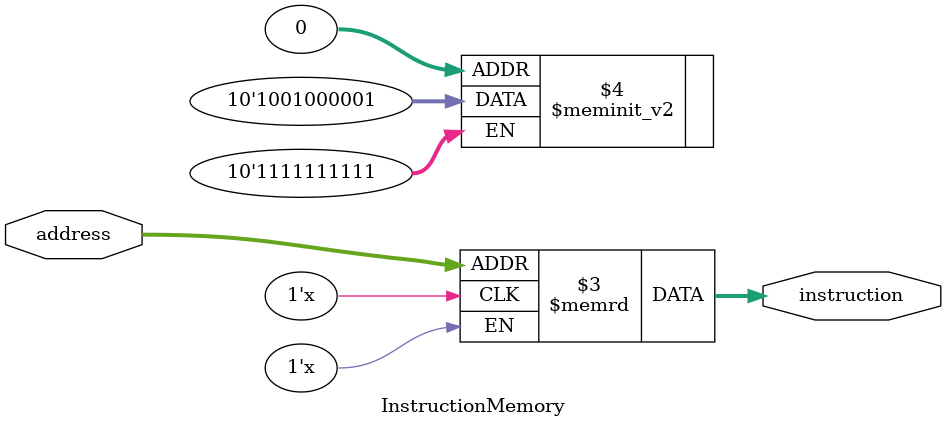
<source format=v>
`timescale 1ns / 1ps


module InstructionMemory(
    input [7:0] address,
    output reg[9:0] instruction
    );
    
    reg [9:0] memory [0:255];
    
    initial begin
        memory[0] = 10'b1001000001;
    end
    
    always @(*) begin
        instruction = memory[address];
    end
endmodule

</source>
